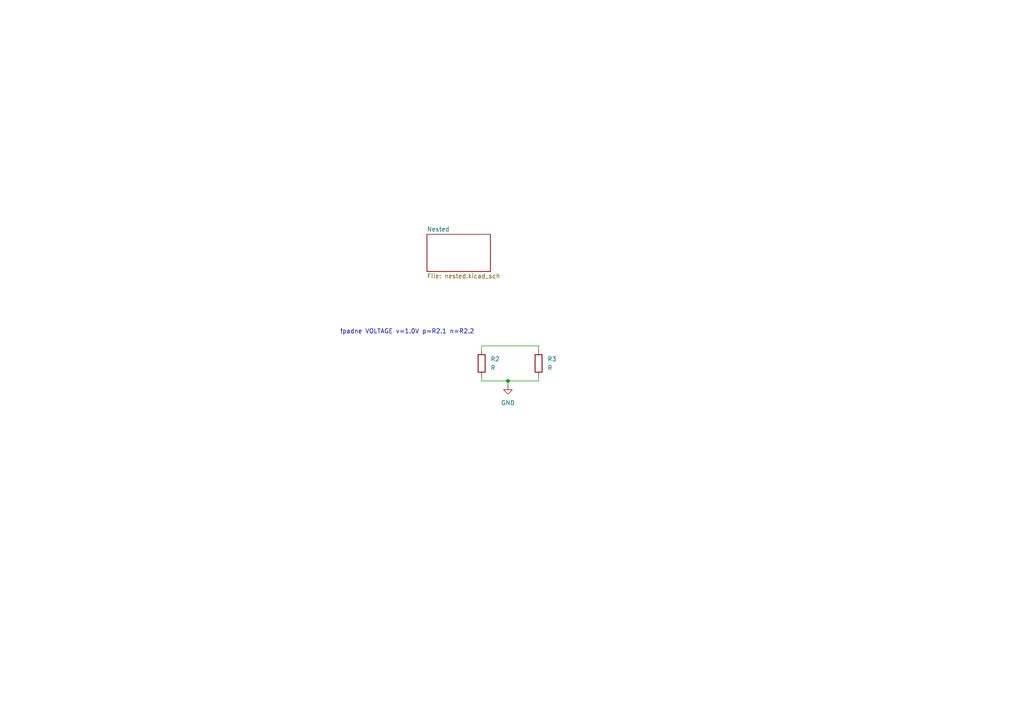
<source format=kicad_sch>
(kicad_sch (version 20231120) (generator "eeschema") (generator_version "8.0")
  (paper "A4")
  (lib_symbols
    (symbol "Device:R" (pin_numbers hide) (pin_names (offset 0))
      (property "Reference" "R" (at 2.032 0 90))
      (property "Value" "R" (at 0 0 90))
      (symbol "R_0_1"
        (rectangle (start -1.016 -2.54) (end 1.016 2.54) (stroke (width 0.254)))
      )
      (symbol "R_1_1"
        (pin passive line (at 0 3.81 270) (length 1.27) (name "~") (number "1"))
        (pin passive line (at 0 -3.81 90) (length 1.27) (name "~") (number "2"))
      )
    )
    (symbol "power:GND" (power) (pin_numbers hide) (pin_names (offset 0) hide)
      (property "Value" "GND" (at 0 -3.81 0))
      (symbol "GND_0_1"
        (polyline (pts (xy 0 0) (xy 0 -1.27) (xy 1.27 -1.27) (xy 0 -2.54) (xy -1.27 -1.27) (xy 0 -1.27)))
      )
      (symbol "GND_1_1"
        (pin power_in line (at 0 0 270) (length 0) (name "~") (number "1"))
      )
    )
  )
  (junction (at 147.32 110.49))
  (wire (pts (xy 156.21 100.33) (xy 156.21 101.6)))
  (wire (pts (xy 139.7 110.49) (xy 147.32 110.49)))
  (wire (pts (xy 139.7 110.49) (xy 139.7 109.22)))
  (wire (pts (xy 156.21 110.49) (xy 156.21 109.22)))
  (wire (pts (xy 147.32 110.49) (xy 147.32 111.76)))
  (wire (pts (xy 139.7 100.33) (xy 156.21 100.33)))
  (wire (pts (xy 147.32 110.49) (xy 156.21 110.49)))
  (wire (pts (xy 139.7 101.6) (xy 139.7 100.33)))
  (text "!padne VOLTAGE v=1.0V p=R2.1 n=R2.2" (at 118.11 96.266 0) (effects (font (size 1.27 1.27))))
  (symbol (lib_id "Device:R") (at 139.7 105.41 0) (unit 1)
    (property "Reference" "R2" (at 142.24 104.1399 0) (effects (justify left)))
    (property "Value" "R" (at 142.24 106.6799 0) (effects (justify left)))
    (property "Footprint" "Resistor_SMD:R_0603_1608Metric" (effects (hide yes)))
    (property "Description" "Resistor" (effects (hide yes)))
  )
  (symbol (lib_id "Device:R") (at 156.21 105.41 0) (unit 1)
    (property "Reference" "R3" (at 158.75 104.1399 0) (effects (justify left)))
    (property "Value" "R" (at 158.75 106.6799 0) (effects (justify left)))
    (property "Footprint" "Resistor_SMD:R_0603_1608Metric" (effects (hide yes)))
    (property "Description" "Resistor" (effects (hide yes)))
  )
  (symbol (lib_id "power:GND") (at 147.32 111.76 0) (unit 1)
    (property "Reference" "#PWR01" (effects (hide yes)))
    (property "Value" "GND" (at 147.32 116.84 0))
    (property "Description" "Power symbol creates a global label with name \"GND\" , ground" (effects (hide yes)))
  )
  (sheet (at 123.825 67.945) (size 18.415 10.795) (stroke (width 0.1524))
    (property "Sheetname" "Nested" (at 123.825 67.2334 0) (effects (justify left bottom)))
    (property "Sheetfile" "nested.kicad_sch" (at 123.825 79.3246 0) (effects (justify left top)))
  )
)
</source>
